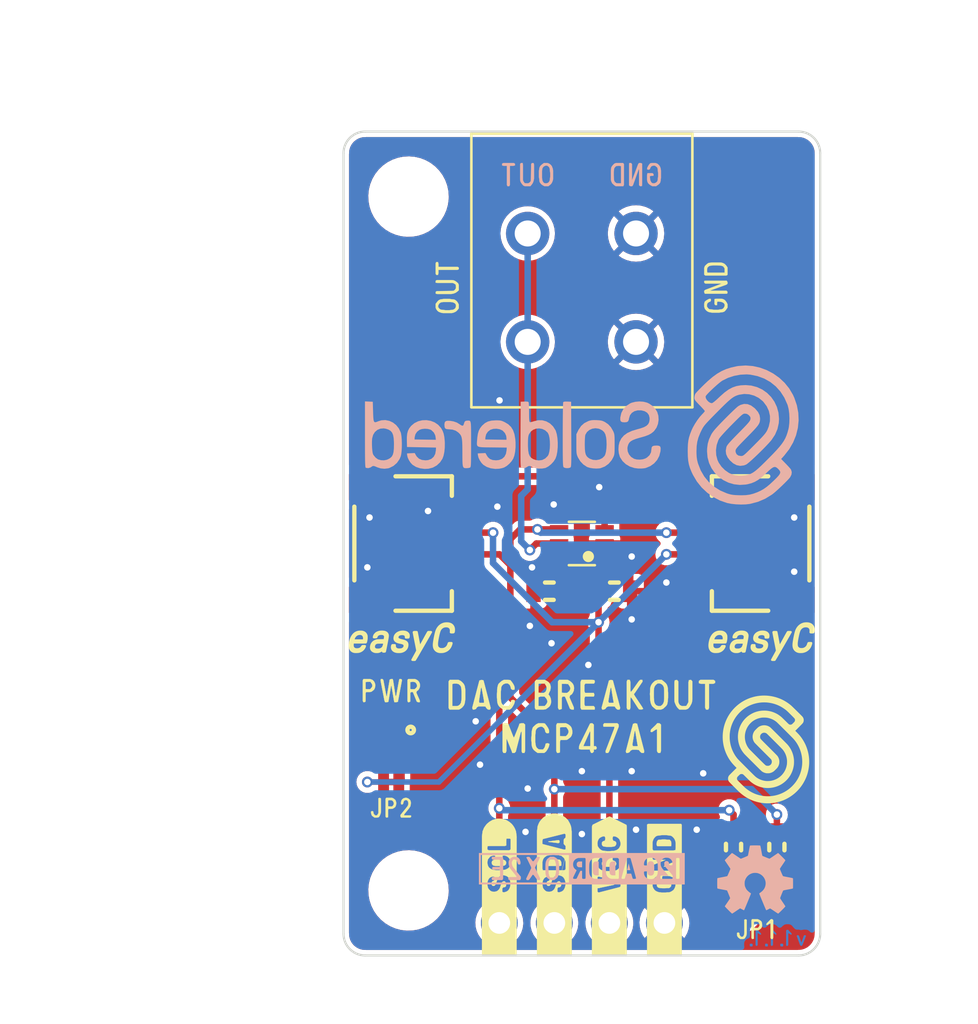
<source format=kicad_pcb>
(kicad_pcb (version 20211014) (generator pcbnew)
  (title_block (title "DAC 6-bit 1-channel MCP47A1 breakout") (date "2022-09-09") (rev "V1.1.1.") (company "SOLDERED") (comment 1 "333052"))
  (layers (0 "F.Cu" signal) (31 "B.Cu" signal) (34 "B.Paste" user) (35 "F.Paste" user) (36 "B.SilkS" user "B.Silkscreen") (37 "F.SilkS" user "F.Silkscreen") (38 "B.Mask" user) (39 "F.Mask" user) (44 "Edge.Cuts" user))
  (net 0 "")
  (net 1 "GND")
  (net 2 "VCC")
  (net 3 "Net-(JP1-Pad1)")
  (net 4 "Net-(JP1-Pad3)")
  (net 5 "VOUT")
  (net 6 "SCL")
  (net 7 "SDA")
  (net 8 "Net-(D1-Pad1)")
  (net 9 "Net-(JP2-Pad2)")
  (footprint "e-radionica.com footprinti:0603R" (layer "F.Cu") (at 120 145 90)
    (fp_text reference "R1")
    (fp_text value "10k")
    (pad "1" smd rect locked (at -0.775 0 180) (size 1 0.64) (layers "F.Cu" "F.Paste" "F.Mask") (net 4 "Net-(JP1-Pad3)"))
    (pad "2" smd rect locked (at 0.775 0 180) (size 1 0.64) (layers "F.Cu" "F.Paste" "F.Mask") (net 7 "SDA"))
  )
  (footprint "buzzardLabel" (layer "F.Cu") (at 112.27 150.4 90)
    (fp_text reference "" (at 0 0 90) (layer "F.SilkS") (effects (font (size 1.27 1.27))))
    (fp_text value "" (at 0 0 90) (layer "F.SilkS") (effects (font (size 1.27 1.27))))
  )
  (footprint "buzzardLabel" (layer "F.Cu") (at 107.19 150.4 90)
    (fp_text reference "" (at 0 0 90) (layer "F.SilkS") (effects (font (size 1.27 1.27))))
    (fp_text value "" (at 0 0 90) (layer "F.SilkS") (effects (font (size 1.27 1.27))))
  )
  (footprint "e-radionica.com footprinti:0402R" (layer "F.Cu") (at 102.2 140.5 180)
    (fp_text reference "R3")
    (fp_text value "2k2")
    (pad "1" smd rect locked (at -0.5 0 270) (size 0.64 0.54) (layers "F.Cu" "F.Paste" "F.Mask") (net 9 "Net-(JP2-Pad2)"))
    (pad "2" smd rect locked (at 0.5 0 270) (size 0.64 0.54) (layers "F.Cu" "F.Paste" "F.Mask") (net 8 "Net-(D1-Pad1)"))
  )
  (footprint "Soldered Graphics:Logo-Front-easyC-5mm" (layer "F.Cu") (at 102.7 135.5)
    (fp_text reference "G***" hide)
    (fp_text value "LOGO" hide)
  )
  (footprint "buzzardLabel" (layer "F.Cu") (at 111 140)
    (fp_text reference "" (at 0 0) (layer "F.SilkS") (effects (font (size 1.27 1.27))))
    (fp_text value "" (at 0 0) (layer "F.SilkS") (effects (font (size 1.27 1.27))))
  )
  (footprint "buzzardLabel" (layer "F.Cu") (at 117.2 119.2 90)
    (fp_text reference "" (at 0 0 90) (layer "F.SilkS") (effects (font (size 1.27 1.27))))
    (fp_text value "" (at 0 0 90) (layer "F.SilkS") (effects (font (size 1.27 1.27))))
  )
  (footprint "e-radionica.com footprinti:TERMINAL_KF235-5.0-2P" (layer "F.Cu") (at 111 119.2 180)
    (fp_text reference "K1")
    (fp_text value "TERMINAL_KF235-5.0-2P")
    (pad "1" thru_hole circle (at 2.5 -2.5 180) (size 2 2) (drill 1.2) (layers *.Cu *.Mask) (net 5 "VOUT"))
    (pad "1" thru_hole circle (at 2.5 2.5 180) (size 2 2) (drill 1.2) (layers *.Cu *.Mask) (net 5 "VOUT"))
    (pad "2" thru_hole circle (at -2.5 2.5 180) (size 2 2) (drill 1.2) (layers *.Cu *.Mask) (net 1 "GND"))
    (pad "2" thru_hole circle (at -2.5 -2.5 180) (size 2 2) (drill 1.2) (layers *.Cu *.Mask) (net 1 "GND"))
  )
  (footprint "buzzardLabel" (layer "F.Cu") (at 102.2 137.8)
    (fp_text reference "" (at 0 0) (layer "F.SilkS") (effects (font (size 1.27 1.27))))
    (fp_text value "" (at 0 0) (layer "F.SilkS") (effects (font (size 1.27 1.27))))
  )
  (footprint "e-radionica.com footprinti:SMD_JUMPER_3_PAD_TRACE" (layer "F.Cu") (at 119 147.5)
    (fp_text reference "JP1")
    (fp_text value "SMD_JUMPER_3_PAD_TRACE")
    (fp_poly (pts (xy 0.45 0.05) (xy 0.25 0.05) (xy 0.25 -0.05) (xy 0.45 -0.05)) (layer "F.Cu") (width 0.1) (fill solid))
    (fp_poly (pts (xy -0.25 0.05) (xy -0.45 0.05) (xy -0.45 -0.05) (xy -0.25 -0.05)) (layer "F.Cu") (width 0.1) (fill solid))
    (pad "1" smd rect (at -0.7 0 180) (size 0.5 1) (layers "F.Cu" "F.Mask") (net 3 "Net-(JP1-Pad1)"))
    (pad "2" smd custom (at 0 0 180) (size 0.5 1) (layers "F.Cu" "F.Mask") (net 2 "VCC") (options (clearance outline) (anchor rect)) (primitives))
    (pad "3" smd rect (at 0.7 0 180) (size 0.5 1) (layers "F.Cu" "F.Mask") (net 4 "Net-(JP1-Pad3)"))
  )
  (footprint "Soldered Graphics:Logo-Back-SolderedFULL-20mm" (layer "F.Cu") (at 111 126)
    (fp_text reference "REF**" hide)
    (fp_text value "Logo-Front-SolderedFULL-20mm" hide)
  )
  (footprint "buzzardLabel" (layer "F.Cu") (at 102.2 143.2)
    (fp_text reference "" (at 0 0) (layer "F.SilkS") (effects (font (size 1.27 1.27))))
    (fp_text value "" (at 0 0) (layer "F.SilkS") (effects (font (size 1.27 1.27))))
  )
  (footprint "e-radionica.com footprinti:easyC-connector" (layer "F.Cu") (at 118.7 131 -90)
    (fp_text reference "K4")
    (fp_text value "easyC-SMD")
    (pad "1" smd rect locked (at -1.5 2.15 270) (size 0.6 1.55) (layers "F.Cu" "F.Paste" "F.Mask") (net 6 "SCL"))
    (pad "2" smd rect locked (at -0.5 2.15 270) (size 0.6 1.55) (layers "F.Cu" "F.Paste" "F.Mask") (net 7 "SDA"))
    (pad "3" smd rect locked (at 0.5 2.15 270) (size 0.6 1.55) (layers "F.Cu" "F.Paste" "F.Mask") (net 2 "VCC"))
    (pad "4" smd rect locked (at 1.5 2.15 270) (size 0.6 1.55) (layers "F.Cu" "F.Paste" "F.Mask") (net 1 "GND"))
    (pad "5" smd rect locked (at 2.6 -2.15 270) (size 1.2 1.8) (layers "F.Cu" "F.Paste" "F.Mask") (net 1 "GND"))
    (pad "5" smd rect locked (at -2.6 -2.15 270) (size 1.2 1.8) (layers "F.Cu" "F.Paste" "F.Mask") (net 1 "GND"))
  )
  (footprint "buzzardLabel" (layer "F.Cu") (at 119 148.8)
    (fp_text reference "" (at 0 0) (layer "F.SilkS") (effects (font (size 1.27 1.27))))
    (fp_text value "" (at 0 0) (layer "F.SilkS") (effects (font (size 1.27 1.27))))
  )
  (footprint "e-radionica.com footprinti:0603C" (layer "F.Cu") (at 112.5 133.2 180)
    (fp_text reference "C2")
    (fp_text value "100nF")
    (pad "1" smd rect locked (at -0.73 0 180) (size 0.66 1) (layers "F.Cu" "F.Paste" "F.Mask") (net 1 "GND"))
    (pad "2" smd rect locked (at 0.73 0 180) (size 0.66 1) (layers "F.Cu" "F.Paste" "F.Mask") (net 2 "VCC"))
  )
  (footprint "e-radionica.com footprinti:0402LED" (layer "F.Cu") (at 102.2 139)
    (fp_text reference "D1")
    (fp_text value "purple")
    (pad "1" smd rect locked (at -0.55 0 90) (size 0.75 0.45) (layers "F.Cu" "F.Paste" "F.Mask") (net 8 "Net-(D1-Pad1)"))
    (pad "2" smd rect locked (at 0.55 0 90) (size 0.75 0.45) (layers "F.Cu" "F.Paste" "F.Mask") (net 1 "GND"))
  )
  (footprint "e-radionica.com footprinti:0603R" (layer "F.Cu") (at 118 145 -90)
    (fp_text reference "R2")
    (fp_text value "10k")
    (pad "1" smd rect locked (at -0.775 0) (size 1 0.64) (layers "F.Cu" "F.Paste" "F.Mask") (net 6 "SCL"))
    (pad "2" smd rect locked (at 0.775 0) (size 1 0.64) (layers "F.Cu" "F.Paste" "F.Mask") (net 3 "Net-(JP1-Pad1)"))
  )
  (footprint "e-radionica.com footprinti:SMD-JUMPER-CONNECTED_TRACE_SLODERMASK" (layer "F.Cu") (at 102.2 142)
    (fp_text reference "JP2")
    (fp_text value "SMD-JUMPER-CONNECTED_TRACE_SLODERMASK")
    (fp_poly (pts (xy 0.1 0.1) (xy -0.1 0.1) (xy -0.1 -0.1) (xy 0.1 -0.1)) (layer "F.Cu") (width 0.1) (fill solid))
    (pad "1" smd rect (at -0.35 0) (size 0.5 1) (layers "F.Cu" "F.Mask") (net 2 "VCC"))
    (pad "2" smd rect (at 0.35 0) (size 0.5 1) (layers "F.Cu" "F.Mask") (net 9 "Net-(JP2-Pad2)"))
  )
  (footprint "buzzardLabel" (layer "F.Cu") (at 104.8 119.2 90)
    (fp_text reference "" (at 0 0 90) (layer "F.SilkS") (effects (font (size 1.27 1.27))))
    (fp_text value "" (at 0 0 90) (layer "F.SilkS") (effects (font (size 1.27 1.27))))
  )
  (footprint "e-radionica.com footprinti:FIDUCIAL_23" (layer "F.Cu") (at 103 123)
    (fp_text reference "FD1")
    (fp_text value "FIDUCIAL")
    (fp_circle (center 0 0) (end 1 0) (layer "F.Cu") (width 0.2) (fill none))
    (pad "1" smd circle (at 0 0) (size 1 1) (layers "F.Cu" "F.Paste" "F.Mask") (clearance 1.1))
  )
  (footprint "buzzardLabel" (layer "F.Cu") (at 109.73 150.4 90)
    (fp_text reference "" (at 0 0 90) (layer "F.SilkS") (effects (font (size 1.27 1.27))))
    (fp_text value "" (at 0 0 90) (layer "F.SilkS") (effects (font (size 1.27 1.27))))
  )
  (footprint "e-radionica.com footprinti:HOLE_3.2mm" (layer "F.Cu") (at 103 147)
    (fp_text reference "H1" hide)
    (fp_text value "HOLE_3.2mm" hide)
    (pad "" np_thru_hole circle locked (at 0 0) (size 3.2 3.2) (drill 3.2) (layers F&B.Cu *.Mask))
  )
  (footprint "e-radionica.com footprinti:0603C" (layer "F.Cu") (at 109.5 133.2)
    (fp_text reference "C1")
    (fp_text value "100nF")
    (pad "1" smd rect locked (at -0.73 0) (size 0.66 1) (layers "F.Cu" "F.Paste" "F.Mask") (net 1 "GND"))
    (pad "2" smd rect locked (at 0.73 0) (size 0.66 1) (layers "F.Cu" "F.Paste" "F.Mask") (net 2 "VCC"))
  )
  (footprint "e-radionica.com footprinti:MCP47A1-SOT23-6" (layer "F.Cu") (at 111 131 180)
    (fp_text reference "U1")
    (fp_text value "MCP47A1")
    (pad "1" smd rect (at -1.05 -0.65 270) (size 0.4 0.85) (layers "F.Cu" "F.Paste" "F.Mask") (net 2 "VCC"))
    (pad "2" smd rect (at -1.05 0 270) (size 0.4 0.85) (layers "F.Cu" "F.Paste" "F.Mask") (net 1 "GND"))
    (pad "3" smd rect (at -1.05 0.65 270) (size 0.4 0.85) (layers "F.Cu" "F.Paste" "F.Mask") (net 6 "SCL"))
    (pad "4" smd rect (at 1.05 0.65 270) (size 0.4 0.85) (layers "F.Cu" "F.Paste" "F.Mask") (net 7 "SDA"))
    (pad "5" smd rect (at 1.05 0 270) (size 0.4 0.85) (layers "F.Cu" "F.Paste" "F.Mask") (net 5 "VOUT"))
    (pad "6" smd rect (at 1.05 -0.65 270) (size 0.4 0.85) (layers "F.Cu" "F.Paste" "F.Mask") (net 2 "VCC"))
  )
  (footprint "buzzardLabel" (layer "F.Cu") (at 111 138)
    (fp_text reference "" (at 0 0) (layer "F.SilkS") (effects (font (size 1.27 1.27))))
    (fp_text value "" (at 0 0) (layer "F.SilkS") (effects (font (size 1.27 1.27))))
  )
  (footprint "Soldered Graphics:Logo-Front-easyC-5mm" (layer "F.Cu") (at 119.3 135.5)
    (fp_text reference "G***" hide)
    (fp_text value "LOGO" hide)
  )
  (footprint "e-radionica.com footprinti:HOLE_3.2mm" (layer "F.Cu") (at 103 115)
    (fp_text reference "H2" hide)
    (fp_text value "HOLE_3.2mm" hide)
    (pad "" np_thru_hole circle locked (at 0 0) (size 3.2 3.2) (drill 3.2) (layers F&B.Cu *.Mask))
  )
  (footprint "buzzardLabel" (layer "F.Cu") (at 114.81 150.4 90)
    (fp_text reference "" (at 0 0 90) (layer "F.SilkS") (effects (font (size 1.27 1.27))))
    (fp_text value "" (at 0 0 90) (layer "F.SilkS") (effects (font (size 1.27 1.27))))
  )
  (footprint "e-radionica.com footprinti:easyC-connector" (layer "F.Cu") (at 103.3 131 90)
    (fp_text reference "K2")
    (fp_text value "easyC-SMD")
    (pad "1" smd rect locked (at -1.5 2.15 90) (size 0.6 1.55) (layers "F.Cu" "F.Paste" "F.Mask") (net 6 "SCL"))
    (pad "2" smd rect locked (at -0.5 2.15 90) (size 0.6 1.55) (layers "F.Cu" "F.Paste" "F.Mask") (net 7 "SDA"))
    (pad "3" smd rect locked (at 0.5 2.15 90) (size 0.6 1.55) (layers "F.Cu" "F.Paste" "F.Mask") (net 2 "VCC"))
    (pad "4" smd rect locked (at 1.5 2.15 90) (size 0.6 1.55) (layers "F.Cu" "F.Paste" "F.Mask") (net 1 "GND"))
    (pad "5" smd rect locked (at -2.6 -2.15 90) (size 1.2 1.8) (layers "F.Cu" "F.Paste" "F.Mask") (net 1 "GND"))
    (pad "5" smd rect locked (at 2.6 -2.15 90) (size 1.2 1.8) (layers "F.Cu" "F.Paste" "F.Mask") (net 1 "GND"))
  )
  (footprint "Soldered Graphics:Logo-Back-OSH-3.5mm" (layer "F.Cu") (at 119 146.5)
    (fp_text reference "G***" hide)
    (fp_text value "LOGO" hide)
  )
  (footprint "Soldered Graphics:Logo-Front-Soldered-5mm" (layer "F.Cu") (at 119.5 140.5)
    (fp_text reference "G***" hide)
    (fp_text value "LOGO" hide)
  )
  (footprint "buzzardLabel" (layer "B.Cu") (at 113.5 114 180)
    (fp_text reference "" (at 0 0) (layer "B.SilkS") (effects (font (size 1.27 1.27)) (justify mirror)))
    (fp_text value "" (at 0 0) (layer "B.SilkS") (effects (font (size 1.27 1.27)) (justify mirror)))
  )
  (footprint "Soldered Graphics:Version1.1.1." (layer "B.Cu") (at 120 149.2 180)
    (fp_text reference "REF**" hide)
    (fp_text value "Version1.1.1." hide)
    (fp_poly (pts (xy 1.14 -0.38) (xy 1.19 -0.38) (xy 1.24 -0.37) (xy 1.25 -0.33) (xy 1.25 -0.27) (xy 1.2 -0.26) (xy 1.15 -0.26) (xy 1.12 -0.29) (xy 1.12 -0.34) (xy 1.14 -0.38)) (layer "B.Cu") (width 0.01) (fill solid))
    (fp_poly (pts (xy -0.27 -0.38) (xy -0.22 -0.38) (xy -0.17 -0.37) (xy -0.16 -0.33) (xy -0.16 -0.27) (xy -0.21 -0.26) (xy -0.26 -0.26) (xy -0.29 -0.29) (xy -0.29 -0.34) (xy -0.27 -0.38)) (layer "B.Cu") (width 0.01) (fill solid))
    (fp_poly (pts (xy 0.21 -0.35) (xy 0.26 -0.35) (xy 0.28 -0.31) (xy 0.28 0.35) (xy 0.24 0.38) (xy 0.19 0.38) (xy 0.15 0.34) (xy 0.04 0.22) (xy 0.02 0.17) (xy 0.05 0.16) (xy 0.14 0.22) (xy 0.18 0.23) (xy 0.18 -0.31) (xy 0.21 -0.35)) (layer "B.Cu") (width 0.01) (fill solid))
    (fp_poly (pts (xy -1.15 -0.35) (xy -1.1 -0.35) (xy -1.07 -0.31) (xy -0.92 0.1) (xy -0.94 0.13) (xy -0.99 0.13) (xy -1.02 0.1) (xy -1.11 -0.16) (xy -1.13 -0.21) (xy -1.15 -0.17) (xy -1.24 0.09) (xy -1.26 0.13) (xy -1.32 0.13) (xy -1.34 0.1) (xy -1.18 -0.31) (xy -1.15 -0.35)) (layer "B.Cu") (width 0.01) (fill solid))
    (fp_poly (pts (xy 0.43 -0.38) (xy 0.48 -0.38) (xy 0.54 -0.37) (xy 0.54 -0.33) (xy 0.54 -0.27) (xy 0.5 -0.26) (xy 0.45 -0.26) (xy 0.42 -0.29) (xy 0.42 -0.34) (xy 0.43 -0.38)) (layer "B.Cu") (width 0.01) (fill solid))
    (fp_poly (pts (xy 0.91 -0.35) (xy 0.96 -0.35) (xy 0.98 -0.31) (xy 0.98 0.35) (xy 0.95 0.38) (xy 0.89 0.38) (xy 0.86 0.34) (xy 0.74 0.22) (xy 0.73 0.17) (xy 0.76 0.16) (xy 0.85 0.22) (xy 0.89 0.23) (xy 0.89 -0.31) (xy 0.91 -0.35)) (layer "B.Cu") (width 0.01) (fill solid))
    (fp_poly (pts (xy -0.5 -0.35) (xy -0.44 -0.35) (xy -0.43 -0.31) (xy -0.43 0.35) (xy -0.46 0.38) (xy -0.52 0.38) (xy -0.55 0.34) (xy -0.67 0.22) (xy -0.68 0.17) (xy -0.65 0.16) (xy -0.56 0.22) (xy -0.52 0.23) (xy -0.52 -0.31) (xy -0.5 -0.35)) (layer "B.Cu") (width 0.01) (fill solid))
  )
  (footprint "buzzardLabel" (layer "B.Cu") (at 108.5 114 180)
    (fp_text reference "" (at 0 0) (layer "B.SilkS") (effects (font (size 1.27 1.27)) (justify mirror)))
    (fp_text value "" (at 0 0) (layer "B.SilkS") (effects (font (size 1.27 1.27)) (justify mirror)))
  )
  (footprint "Soldered Graphics:Symbol-Front-I2C-ADDR-Field" (layer "B.Cu") (at 111 146 180)
    (fp_text reference "REF**" hide)
    (fp_text value "Symbol-Front-I2C-ADDR-Field" hide)
  )
  (footprint "e-radionica.com footprinti:HEADER_MALE_4X1" (layer "B.Cu") (at 111 148.5 180)
    (fp_text reference "K3")
    (fp_text value "HEADER_MALE_4X1")
    (pad "1" thru_hole circle locked (at -3.81 0 180) (size 1.7 1.7) (drill 1) (layers *.Cu *.Mask) (net 1 "GND"))
    (pad "2" thru_hole circle locked (at -1.27 0 180) (size 1.7 1.7) (drill 1) (layers *.Cu *.Mask) (net 2 "VCC"))
    (pad "3" thru_hole circle locked (at 1.27 0 180) (size 1.7 1.7) (drill 1) (layers *.Cu *.Mask) (net 7 "SDA"))
    (pad "4" thru_hole circle locked (at 3.81 0 180) (size 1.7 1.7) (drill 1) (layers *.Cu *.Mask) (net 6 "SCL"))
  )
  (footprint "buzzardLabel" (layer "B.Cu") (at 108.4 146 180)
    (fp_text reference "" (at 0 0) (layer "B.SilkS") (effects (font (size 1.27 1.27)) (justify mirror)))
    (fp_text value "" (at 0 0) (layer "B.SilkS") (effects (font (size 1.27 1.27)) (justify mirror)))
  )
  (gr_arc (start 121 112) (mid 121.707105 112.292892) (end 121.999997 112.999997) (layer "Edge.Cuts") (width 0.1))
  (gr_line (start 122 113) (end 122 149) (layer "Edge.Cuts") (width 0.1))
  (gr_line (start 101 112) (end 121 112) (layer "Edge.Cuts") (width 0.1))
  (gr_arc (start 101 150) (mid 100.292893 149.707107) (end 100 149) (layer "Edge.Cuts") (width 0.1))
  (gr_arc (start 122 149) (mid 121.707107 149.707107) (end 121 150) (layer "Edge.Cuts") (width 0.1))
  (gr_line (start 121 150) (end 101 150) (layer "Edge.Cuts") (width 0.1))
  (gr_line (start 100 149) (end 100 113) (layer "Edge.Cuts") (width 0.1))
  (gr_arc (start 100 113) (mid 100.292892 112.292895) (end 100.999997 112.000003) (layer "Edge.Cuts") (width 0.1))
  (via (at 120.8 132.3) (size 0.5) (drill 0.3) (layers "F.Cu" "B.Cu") (net 1))
  (via (at 101.1 132.1) (size 0.5) (drill 0.3) (layers "F.Cu" "B.Cu") (net 1))
  (via (at 120.8 129.8) (size 0.5) (drill 0.3) (layers "F.Cu" "B.Cu") (net 1))
  (via (at 108.6 134.8) (size 0.5) (drill 0.3) (layers "F.Cu" "B.Cu") (net 1))
  (via (at 107.2 124.4) (size 0.5) (drill 0.3) (layers "F.Cu" "B.Cu") (net 1))
  (via (at 108.7 132.1) (size 0.5) (drill 0.3) (layers "F.Cu" "B.Cu") (net 1))
  (via (at 109.7 129.2) (size 0.5) (drill 0.3) (layers "F.Cu" "B.Cu") (net 1))
  (via (at 111 144.4) (size 0.5) (drill 0.3) (layers "F.Cu" "B.Cu") (net 1))
  (via (at 101.2 129.8) (size 0.5) (drill 0.3) (layers "F.Cu" "B.Cu") (net 1))
  (via (at 116.6 141.6) (size 0.5) (drill 0.3) (layers "F.Cu" "B.Cu") (net 1))
  (via (at 107.1 129.3) (size 0.5) (drill 0.3) (layers "F.Cu" "B.Cu") (net 1))
  (via (at 113.3 134.5) (size 0.5) (drill 0.3) (layers "F.Cu" "B.Cu") (net 1))
  (via (at 106.1 139.2) (size 0.5) (drill 0.3) (layers "F.Cu" "B.Cu") (net 1))
  (via (at 106.3 141.2) (size 0.5) (drill 0.3) (layers "F.Cu" "B.Cu") (net 1))
  (via (at 108.5 142.3) (size 0.5) (drill 0.3) (layers "F.Cu" "B.Cu") (net 1))
  (via (at 111.3 136.6) (size 0.5) (drill 0.3) (layers "F.Cu" "B.Cu") (net 1))
  (via (at 108.4 144.3) (size 0.5) (drill 0.3) (layers "F.Cu" "B.Cu") (net 1))
  (via (at 113.3 141.5) (size 0.5) (drill 0.3) (layers "F.Cu" "B.Cu") (net 1))
  (via (at 111.8 128.4) (size 0.5) (drill 0.3) (layers "F.Cu" "B.Cu") (net 1))
  (via (at 113.3 131.6) (size 0.5) (drill 0.3) (layers "F.Cu" "B.Cu") (net 1))
  (via (at 116.3 144.2) (size 0.5) (drill 0.3) (layers "F.Cu" "B.Cu") (net 1))
  (via (at 111 141.5) (size 0.5) (drill 0.3) (layers "F.Cu" "B.Cu") (net 1))
  (via (at 103.9 129.5) (size 0.5) (drill 0.3) (layers "F.Cu" "B.Cu") (net 1))
  (via (at 113.5 144.2) (size 0.5) (drill 0.3) (layers "F.Cu" "B.Cu") (net 1))
  (via (at 109.6 135.6) (size 0.5) (drill 0.3) (layers "F.Cu" "B.Cu") (net 1))
  (via (at 114.9 132.8) (size 0.5) (drill 0.3) (layers "F.Cu" "B.Cu") (net 1))
  (segment (start 101.85 142) (end 101.1 142) (width 0.254) (layer "F.Cu") (net 2))
  (segment (start 110.23 133.2) (end 110.23 131.93) (width 0.3) (layer "F.Cu") (net 2))
  (segment (start 116.7 147.9) (end 116.7 146.6) (width 0.3) (layer "F.Cu") (net 2))
  (segment (start 111.77 131.93) (end 112.05 131.65) (width 0.3) (layer "F.Cu") (net 2))
  (segment (start 112.27 146.63) (end 112.27 136.07) (width 0.3) (layer "F.Cu") (net 2))
  (segment (start 119 148.1) (end 118.6 148.5) (width 0.3) (layer "F.Cu") (net 2))
  (segment (start 111.77 133.2) (end 111.77 131.93) (width 0.3) (layer "F.Cu") (net 2))
  (segment (start 110.23 131.93) (end 109.95 131.65) (width 0.3) (layer "F.Cu") (net 2))
  (segment (start 118.6 148.5) (end 117.3 148.5) (width 0.3) (layer "F.Cu") (net 2))
  (segment (start 116.7 146.6) (end 116 145.9) (width 0.3) (layer "F.Cu") (net 2))
  (segment (start 112.27 146.63) (end 112.27 148.5) (width 0.3) (layer "F.Cu") (net 2))
  (segment (start 112.27 136.07) (end 111.77 135.57) (width 0.3) (layer "F.Cu") (net 2))
  (segment (start 111.77 134.63) (end 111.77 133.2) (width 0.3) (layer "F.Cu") (net 2))
  (segment (start 113 145.9) (end 112.27 146.63) (width 0.3) (layer "F.Cu") (net 2))
  (segment (start 114.9 131.5) (end 116.55 131.5) (width 0.3) (layer "F.Cu") (net 2))
  (segment (start 111.77 133.2) (end 110.23 133.2) (width 0.3) (layer "F.Cu") (net 2))
  (segment (start 105.45 130.5) (end 106.9 130.5) (width 0.3) (layer "F.Cu") (net 2))
  (segment (start 117.3 148.5) (end 116.7 147.9) (width 0.3) (layer "F.Cu") (net 2))
  (segment (start 116 145.9) (end 113 145.9) (width 0.3) (layer "F.Cu") (net 2))
  (segment (start 111.77 135.57) (end 111.77 134.63) (width 0.3) (layer "F.Cu") (net 2))
  (segment (start 119 147.5) (end 119 148.1) (width 0.3) (layer "F.Cu") (net 2))
  (via (at 101.1 142) (size 0.5) (drill 0.3) (layers "F.Cu" "B.Cu") (net 2))
  (via (at 114.9 131.5) (size 0.5) (drill 0.3) (layers "F.Cu" "B.Cu") (net 2))
  (via (at 111.77 134.63) (size 0.5) (drill 0.3) (layers "F.Cu" "B.Cu") (net 2))
  (via (at 106.9 130.5) (size 0.5) (drill 0.3) (layers "F.Cu" "B.Cu") (net 2))
  (segment (start 107.2 139.2) (end 111.77 134.63) (width 0.3) (layer "B.Cu") (net 2))
  (segment (start 107.2 139.2) (end 104.4 142) (width 0.254) (layer "B.Cu") (net 2))
  (segment (start 106.9 130.5) (end 106.9 131.9) (width 0.3) (layer "B.Cu") (net 2))
  (segment (start 106.9 131.9) (end 109.63 134.63) (width 0.3) (layer "B.Cu") (net 2))
  (segment (start 109.63 134.63) (end 111.77 134.63) (width 0.3) (layer "B.Cu") (net 2))
  (segment (start 104.4 142) (end 101.1 142) (width 0.254) (layer "B.Cu") (net 2))
  (segment (start 114.9 131.5) (end 111.77 134.63) (width 0.3) (layer "B.Cu") (net 2))
  (segment (start 118 145.775) (end 118 147.2) (width 0.3) (layer "F.Cu") (net 3))
  (segment (start 118 147.2) (end 118.3 147.5) (width 0.3) (layer "F.Cu") (net 3))
  (segment (start 120 147.2) (end 119.7 147.5) (width 0.3) (layer "F.Cu") (net 4))
  (segment (start 120 145.775) (end 120 147.2) (width 0.3) (layer "F.Cu") (net 4))
  (segment (start 108.9 131) (end 108.6 131.3) (width 0.3) (layer "F.Cu") (net 5))
  (segment (start 109.95 131) (end 108.9 131) (width 0.3) (layer "F.Cu") (net 5))
  (via (at 108.6 131.3) (size 0.5) (drill 0.3) (layers "F.Cu" "B.Cu") (net 5))
  (segment (start 108.5 121.7) (end 108.5 116.7) (width 0.3) (layer "B.Cu") (net 5))
  (segment (start 108.6 131.3) (end 108.2 130.9) (width 0.3) (layer "B.Cu") (net 5))
  (segment (start 108.2 128.8) (end 108.5 128.5) (width 0.3) (layer "B.Cu") (net 5))
  (segment (start 108.5 128.5) (end 108.5 121.7) (width 0.3) (layer "B.Cu") (net 5))
  (segment (start 108.2 130.9) (end 108.2 128.8) (width 0.3) (layer "B.Cu") (net 5))
  (segment (start 107.19 143.21) (end 107.19 134.24) (width 0.3) (layer "F.Cu") (net 6))
  (segment (start 103.2 128.9) (end 104.2 127.9) (width 0.3) (layer "F.Cu") (net 6))
  (segment (start 118 144.225) (end 118 143.5) (width 0.3) (layer "F.Cu") (net 6))
  (segment (start 107.19 148.5) (end 107.19 143.21) (width 0.3) (layer "F.Cu") (net 6))
  (segment (start 107.19 134.24) (end 105.45 132.5) (width 0.3) (layer "F.Cu") (net 6))
  (segment (start 110 127.9) (end 111.6 129.5) (width 0.3) (layer "F.Cu") (net 6))
  (segment (start 111.6 129.5) (end 113.6 129.5) (width 0.3) (layer "F.Cu") (net 6))
  (segment (start 118 143.5) (end 117.8 143.3) (width 0.3) (layer "F.Cu") (net 6))
  (segment (start 103.2 131.6) (end 103.2 128.9) (width 0.3) (layer "F.Cu") (net 6))
  (segment (start 113.6 129.5) (end 116.55 129.5) (width 0.3) (layer "F.Cu") (net 6))
  (segment (start 111.6 129.5) (end 112.05 129.95) (width 0.3) (layer "F.Cu") (net 6))
  (segment (start 112.05 129.95) (end 112.05 130.35) (width 0.3) (layer "F.Cu") (net 6))
  (segment (start 104.1 132.5) (end 103.2 131.6) (width 0.3) (layer "F.Cu") (net 6))
  (segment (start 105.45 132.5) (end 104.1 132.5) (width 0.3) (layer "F.Cu") (net 6))
  (segment (start 104.2 127.9) (end 110 127.9) (width 0.3) (layer "F.Cu") (net 6))
  (via (at 107.19 143.21) (size 0.5) (drill 0.3) (layers "F.Cu" "B.Cu") (net 6))
  (via (at 117.8 143.3) (size 0.5) (drill 0.3) (layers "F.Cu" "B.Cu") (net 6))
  (segment (start 107.28 143.3) (end 107.19 143.21) (width 0.3) (layer "B.Cu") (net 6))
  (segment (start 117.8 143.3) (end 107.28 143.3) (width 0.3) (layer "B.Cu") (net 6))
  (segment (start 107.7 130.8) (end 107.7 132) (width 0.3) (layer "F.Cu") (net 7))
  (segment (start 107.2 131.5) (end 105.45 131.5) (width 0.3) (layer "F.Cu") (net 7))
  (segment (start 108.95 130.35) (end 108.15 130.35) (width 0.3) (layer "F.Cu") (net 7))
  (segment (start 109.73 140.13) (end 107.7 138.1) (width 0.3) (layer "F.Cu") (net 7))
  (segment (start 108.15 130.35) (end 107.7 130.8) (width 0.3) (layer "F.Cu") (net 7))
  (segment (start 107.7 132) (end 107.2 131.5) (width 0.3) (layer "F.Cu") (net 7))
  (segment (start 109.95 130.35) (end 108.95 130.35) (width 0.3) (layer "F.Cu") (net 7))
  (segment (start 109.73 148.5) (end 109.73 142.33) (width 0.3) (layer "F.Cu") (net 7))
  (segment (start 109.73 142.33) (end 109.73 140.13) (width 0.3) (layer "F.Cu") (net 7))
  (segment (start 107.7 138.1) (end 107.7 132) (width 0.3) (layer "F.Cu") (net 7))
  (segment (start 116.55 130.5) (end 114.9 130.5) (width 0.3) (layer "F.Cu") (net 7))
  (segment (start 120 144.225) (end 120 143.5) (width 0.3) (layer "F.Cu") (net 7))
  (via (at 114.9 130.5) (size 0.5) (drill 0.3) (layers "F.Cu" "B.Cu") (net 7))
  (via (at 109.73 142.33) (size 0.5) (drill 0.3) (layers "F.Cu" "B.Cu") (net 7))
  (via (at 120 143.5) (size 0.5) (drill 0.3) (layers "F.Cu" "B.Cu") (net 7))
  (via (at 108.95 130.35) (size 0.5) (drill 0.3) (layers "F.Cu" "B.Cu") (net 7))
  (segment (start 120 143.5) (end 118.83 142.33) (width 0.3) (layer "B.Cu") (net 7))
  (segment (start 109.1 130.5) (end 108.95 130.35) (width 0.3) (layer "B.Cu") (net 7))
  (segment (start 114.9 130.5) (end 109.1 130.5) (width 0.3) (layer "B.Cu") (net 7))
  (segment (start 118.83 142.33) (end 109.73 142.33) (width 0.3) (layer "B.Cu") (net 7))
  (segment (start 101.65 139) (end 101.65 140.45) (width 0.254) (layer "F.Cu") (net 8))
  (segment (start 101.65 140.45) (end 101.7 140.5) (width 0.254) (layer "F.Cu") (net 8))
  (segment (start 102.7 141.85) (end 102.55 142) (width 0.254) (layer "F.Cu") (net 9))
  (segment (start 102.7 140.5) (end 102.7 141.85) (width 0.254) (layer "F.Cu") (net 9))
  (zone (net 1) (net_name "GND") (layers F&B.Cu) (connect_pads (clearance 0.254)) (min_thickness 0.254) (fill yes (thermal_gap 0.3) (thermal_bridge_width 0.3))
    (polygon (pts (xy 122 150) (xy 100 150) (xy 100 112) (xy 122 112)))
  )
)
</source>
